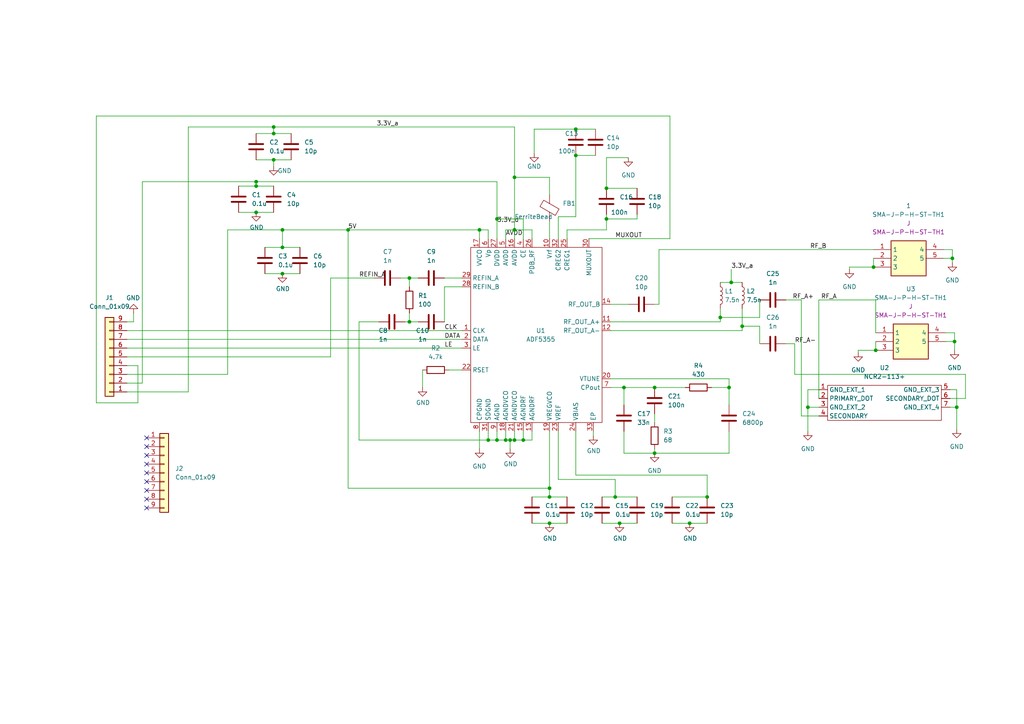
<source format=kicad_sch>
(kicad_sch (version 20231120) (generator "eeschema") (generator_version "8.0")
  (paper "A4")
  (lib_symbols
    (symbol "AD5355:ADF5355"
      (property "Reference" "U" (at 0 -1.27 0))
      (property "Value" "ADF5355" (at 0 1.27 0))
      (symbol "ADF5355_0_1"
        (polyline (pts (xy -10.16 -24.13) (xy 19.05 -24.13) (xy 19.05 -24.13) (xy 19.05 26.67) (xy -19.05 26.67) (xy -19.05 -24.13) (xy -10.16 -24.13)))
      )
      (symbol "ADF5355_1_1"
        (pin input line (at -21.59 2.54 0) (length 2.54) (name "CLK") (number "1"))
        (pin power_in line (at 3.81 29.21 270) (length 2.54) (name "Vrf") (number "10"))
        (pin output line (at 21.59 5.08 180) (length 2.54) (name "RF_OUT_A+") (number "11"))
        (pin output line (at 21.59 2.54 180) (length 2.54) (name "RF_OUT_A-") (number "12"))
        (pin power_in line (at -1.27 -26.67 90) (length 2.54) (name "AGNDRF") (number "13"))
        (pin output line (at 21.59 10.16 180) (length 2.54) (name "RF_OUT_B") (number "14"))
        (pin power_in line (at -3.81 -26.67 90) (length 2.54) (name "AGNDRF") (number "15"))
        (pin power_in line (at -6.35 29.21 270) (length 2.54) (name "AVDD") (number "16"))
        (pin power_in line (at -16.51 29.21 270) (length 2.54) (name "VVCO") (number "17"))
        (pin power_in line (at -8.89 -26.67 90) (length 2.54) (name "AGNDVCO") (number "18"))
        (pin power_in line (at 3.81 -26.67 90) (length 2.54) (name "VREGVCO") (number "19"))
        (pin input line (at -21.59 0 0) (length 2.54) (name "DATA") (number "2"))
        (pin input line (at 21.59 -11.43 180) (length 2.54) (name "VTUNE") (number "20"))
        (pin power_in line (at -6.35 -26.67 90) (length 2.54) (name "AGNDVCO") (number "21"))
        (pin input line (at -21.59 -8.89 0) (length 2.54) (name "RSET") (number "22"))
        (pin input line (at 6.35 -26.67 90) (length 2.54) (name "VREF") (number "23"))
        (pin input line (at 11.43 -26.67 90) (length 2.54) (name "VBIAS") (number "24"))
        (pin power_out line (at 8.89 29.21 270) (length 2.54) (name "CREG1") (number "25"))
        (pin input line (at -1.27 29.21 270) (length 2.54) (name "PDB_RF") (number "26"))
        (pin power_in line (at -11.43 29.21 270) (length 2.54) (name "DVDD") (number "27"))
        (pin input line (at -21.59 15.24 0) (length 2.54) (name "REFIN_B") (number "28"))
        (pin input line (at -21.59 17.78 0) (length 2.54) (name "REFIN_A") (number "29"))
        (pin input line (at -21.59 -2.54 0) (length 2.54) (name "LE") (number "3"))
        (pin output line (at 15.24 29.21 270) (length 2.54) (name "MUXOUT") (number "30"))
        (pin power_in line (at -13.97 -26.67 90) (length 2.54) (name "SDGND") (number "31"))
        (pin power_out line (at 6.35 29.21 270) (length 2.54) (name "CREG2") (number "32"))
        (pin power_in line (at 16.51 -26.67 90) (length 2.54) (name "EP") (number "33"))
        (pin input line (at -3.81 29.21 270) (length 2.54) (name "CE") (number "4"))
        (pin power_in line (at -8.89 29.21 270) (length 2.54) (name "AVDD") (number "5"))
        (pin power_in line (at -13.97 29.21 270) (length 2.54) (name "Vp") (number "6"))
        (pin input line (at 21.59 -13.97 180) (length 2.54) (name "CPout") (number "7"))
        (pin power_in line (at -16.51 -26.67 90) (length 2.54) (name "CPGND") (number "8"))
        (pin power_in line (at -11.43 -26.67 90) (length 2.54) (name "AGND") (number "9"))
      )
    )
    (symbol "Connector_Generic:Conn_01x09" (pin_names (offset 1.016) hide)
      (property "Reference" "J" (at 0 12.7 0))
      (property "Value" "Conn_01x09" (at 0 -12.7 0))
      (symbol "Conn_01x09_1_1"
        (rectangle (start -1.27 -10.033) (end 0 -10.287) (stroke (width 0.1524)))
        (rectangle (start -1.27 -7.493) (end 0 -7.747) (stroke (width 0.1524)))
        (rectangle (start -1.27 -4.953) (end 0 -5.207) (stroke (width 0.1524)))
        (rectangle (start -1.27 -2.413) (end 0 -2.667) (stroke (width 0.1524)))
        (rectangle (start -1.27 0.127) (end 0 -0.127) (stroke (width 0.1524)))
        (rectangle (start -1.27 2.667) (end 0 2.413) (stroke (width 0.1524)))
        (rectangle (start -1.27 5.207) (end 0 4.953) (stroke (width 0.1524)))
        (rectangle (start -1.27 7.747) (end 0 7.493) (stroke (width 0.1524)))
        (rectangle (start -1.27 10.287) (end 0 10.033) (stroke (width 0.1524)))
        (rectangle (start -1.27 11.43) (end 1.27 -11.43) (stroke (width 0.254)) (fill (type background)))
        (pin passive line (at -5.08 10.16 0) (length 3.81) (name "Pin_1") (number "1"))
        (pin passive line (at -5.08 7.62 0) (length 3.81) (name "Pin_2") (number "2"))
        (pin passive line (at -5.08 5.08 0) (length 3.81) (name "Pin_3") (number "3"))
        (pin passive line (at -5.08 2.54 0) (length 3.81) (name "Pin_4") (number "4"))
        (pin passive line (at -5.08 0 0) (length 3.81) (name "Pin_5") (number "5"))
        (pin passive line (at -5.08 -2.54 0) (length 3.81) (name "Pin_6") (number "6"))
        (pin passive line (at -5.08 -5.08 0) (length 3.81) (name "Pin_7") (number "7"))
        (pin passive line (at -5.08 -7.62 0) (length 3.81) (name "Pin_8") (number "8"))
        (pin passive line (at -5.08 -10.16 0) (length 3.81) (name "Pin_9") (number "9"))
      )
    )
    (symbol "Connettori_sma_nuovi:SMA-J-P-H-ST-TH1"
      (property "Value" "SMA-J-P-H-ST-TH1" (at 0 0 0))
      (property "Reference_1" "J" (at 16.51 7.62 0))
      (property "Value_1" "SMA-J-P-H-ST-TH1" (at 16.51 5.08 0))
      (symbol "SMA-J-P-H-ST-TH1_1_1"
        (rectangle (start 5.08 2.54) (end 15.24 -7.62) (stroke (width 0.254)) (fill (type background)))
        (pin passive line (at 0 0 0) (length 5.08) (name "1") (number "1"))
        (pin passive line (at 0 -2.54 0) (length 5.08) (name "2") (number "2"))
        (pin passive line (at 0 -5.08 0) (length 5.08) (name "3") (number "3"))
        (pin passive line (at 20.32 0 180) (length 5.08) (name "4") (number "4"))
        (pin passive line (at 20.32 -2.54 180) (length 5.08) (name "5") (number "5"))
      )
    )
    (symbol "Device:C" (pin_numbers hide) (pin_names (offset 0.254))
      (property "Reference" "C" (at 0.635 2.54 0))
      (property "Value" "C" (at 0.635 -2.54 0))
      (symbol "C_0_1"
        (polyline (pts (xy -2.032 -0.762) (xy 2.032 -0.762)) (stroke (width 0.508)))
        (polyline (pts (xy -2.032 0.762) (xy 2.032 0.762)) (stroke (width 0.508)))
      )
      (symbol "C_1_1"
        (pin passive line (at 0 3.81 270) (length 2.794) (name "~") (number "1"))
        (pin passive line (at 0 -3.81 90) (length 2.794) (name "~") (number "2"))
      )
    )
    (symbol "Device:FerriteBead" (pin_numbers hide) (pin_names (offset 0))
      (property "Reference" "FB" (at -3.81 0.635 90))
      (property "Value" "FerriteBead" (at 3.81 0 90))
      (symbol "FerriteBead_0_1"
        (polyline (pts (xy 0 -1.27) (xy 0 -1.2192)))
        (polyline (pts (xy 0 1.27) (xy 0 1.2954)))
        (polyline (pts (xy -2.7686 0.4064) (xy -1.7018 2.2606) (xy 2.7686 -0.3048) (xy 1.6764 -2.159) (xy -2.7686 0.4064)))
      )
      (symbol "FerriteBead_1_1"
        (pin passive line (at 0 3.81 270) (length 2.54) (name "~") (number "1"))
        (pin passive line (at 0 -3.81 90) (length 2.54) (name "~") (number "2"))
      )
    )
    (symbol "Device:L" (pin_numbers hide) (pin_names (offset 1.016) hide)
      (property "Reference" "L" (at -1.27 0 90))
      (property "Value" "L" (at 1.905 0 90))
      (symbol "L_0_1"
        (arc (start 0 -2.54) (mid 0.6323 -1.905) (end 0 -1.27))
        (arc (start 0 -1.27) (mid 0.6323 -0.635) (end 0 0))
        (arc (start 0 0) (mid 0.6323 0.635) (end 0 1.27))
        (arc (start 0 1.27) (mid 0.6323 1.905) (end 0 2.54))
      )
      (symbol "L_1_1"
        (pin passive line (at 0 3.81 270) (length 1.27) (name "1") (number "1"))
        (pin passive line (at 0 -3.81 90) (length 1.27) (name "2") (number "2"))
      )
    )
    (symbol "Device:R" (pin_numbers hide) (pin_names (offset 0))
      (property "Reference" "R" (at 2.032 0 90))
      (property "Value" "R" (at 0 0 90))
      (symbol "R_0_1"
        (rectangle (start -1.016 -2.54) (end 1.016 2.54) (stroke (width 0.254)))
      )
      (symbol "R_1_1"
        (pin passive line (at 0 3.81 270) (length 1.27) (name "~") (number "1"))
        (pin passive line (at 0 -3.81 90) (length 1.27) (name "~") (number "2"))
      )
    )
    (symbol "NCR2-113+:NCR2-113+"
      (property "Reference" "U" (at 0 0 0))
      (property "Value" "NCR2-113+" (at 0 -1.27 0))
      (symbol "NCR2-113+_0_1"
        (polyline (pts (xy 16.51 3.81) (xy 16.51 -5.08) (xy -16.51 -5.08) (xy -16.51 5.08) (xy 16.51 5.08) (xy 16.51 3.81)))
      )
      (symbol "NCR2-113+_1_1"
        (pin power_in line (at -19.05 3.81 0) (length 2.54) (name "GND_EXT_1") (number "1"))
        (pin passive line (at -19.05 1.27 0) (length 2.54) (name "PRIMARY_DOT") (number "2"))
        (pin power_in line (at -19.05 -1.27 0) (length 2.54) (name "GND_EXT_2") (number "3"))
        (pin passive line (at -19.05 -3.81 0) (length 2.54) (name "SECONDARY") (number "4"))
        (pin power_in line (at 19.05 3.81 180) (length 2.54) (name "GND_EXT_3") (number "5"))
        (pin passive line (at 19.05 1.27 180) (length 2.54) (name "SECONDARY_DOT") (number "6"))
        (pin power_in line (at 19.05 -1.27 180) (length 2.54) (name "GND_EXT_4") (number "7"))
      )
    )
    (symbol "power:GND" (power) (pin_names (offset 0))
      (property "Value" "GND" (at 0 -3.81 0))
      (symbol "GND_0_1"
        (polyline (pts (xy 0 0) (xy 0 -1.27) (xy 1.27 -1.27) (xy 0 -2.54) (xy -1.27 -1.27) (xy 0 -1.27)))
      )
      (symbol "GND_1_1"
        (pin power_in line (at 0 0 270) (length 0) hide (name "GND") (number "1"))
      )
    )
  )
  (junction (at 81.915 66.675))
  (junction (at 79.375 38.735))
  (junction (at 189.865 112.395))
  (junction (at 167.005 45.085))
  (junction (at 200.025 151.765))
  (junction (at 151.765 127.635))
  (junction (at 144.145 127.635))
  (junction (at 208.915 92.075))
  (junction (at 74.295 61.595))
  (junction (at 180.975 112.395))
  (junction (at 149.225 51.435))
  (junction (at 178.435 144.145))
  (junction (at 81.915 71.755))
  (junction (at 149.225 66.675))
  (junction (at 276.225 74.93))
  (junction (at 277.495 118.11))
  (junction (at 205.105 144.145))
  (junction (at 276.86 99.06))
  (junction (at 139.065 66.675))
  (junction (at 118.745 80.645))
  (junction (at 141.605 127.635))
  (junction (at 234.315 118.11))
  (junction (at 149.225 127.635))
  (junction (at 215.265 94.615))
  (junction (at 175.895 54.61))
  (junction (at 253.365 77.47))
  (junction (at 175.895 63.5))
  (junction (at 179.705 151.765))
  (junction (at 79.375 36.83))
  (junction (at 254 101.6))
  (junction (at 211.455 112.395))
  (junction (at 74.295 53.975))
  (junction (at 100.965 66.675))
  (junction (at 118.745 93.345))
  (junction (at 147.955 127.635))
  (junction (at 159.385 141.605))
  (junction (at 81.915 79.375))
  (junction (at 74.295 52.705))
  (junction (at 146.685 127.635))
  (junction (at 159.385 144.145))
  (junction (at 167.005 37.465))
  (junction (at 189.865 131.445))
  (junction (at 144.145 63.5))
  (junction (at 159.385 151.765))
  (junction (at 79.375 46.355))
  (junction (at 212.09 81.915))
  (no_connect (at 42.545 139.7))
  (no_connect (at 42.545 147.32))
  (no_connect (at 42.545 127))
  (no_connect (at 42.545 144.78))
  (no_connect (at 42.545 134.62))
  (no_connect (at 42.545 132.08))
  (no_connect (at 42.545 142.24))
  (no_connect (at 42.545 137.16))
  (no_connect (at 42.545 129.54))
  (wire (pts (xy 211.455 109.855) (xy 211.455 112.395)))
  (wire (pts (xy 54.61 113.665) (xy 36.83 113.665)))
  (wire (pts (xy 38.735 93.345) (xy 38.735 90.805)))
  (wire (pts (xy 141.605 66.675) (xy 141.605 69.215)))
  (wire (pts (xy 74.295 52.705) (xy 41.275 52.705)))
  (wire (pts (xy 172.085 126.365) (xy 172.085 125.095)))
  (wire (pts (xy 191.135 72.39) (xy 253.365 72.39)))
  (wire (pts (xy 118.745 90.805) (xy 118.745 93.345)))
  (wire (pts (xy 95.885 80.645) (xy 108.585 80.645)))
  (wire (pts (xy 81.915 79.375) (xy 86.995 79.375)))
  (wire (pts (xy 277.495 113.03) (xy 277.495 118.11)))
  (wire (pts (xy 41.275 52.705) (xy 41.275 111.125)))
  (wire (pts (xy 211.455 131.445) (xy 189.865 131.445)))
  (wire (pts (xy 189.865 130.175) (xy 189.865 131.445)))
  (wire (pts (xy 220.345 86.995) (xy 220.345 92.075)))
  (wire (pts (xy 253.365 77.47) (xy 253.365 74.93)))
  (wire (pts (xy 74.295 53.975) (xy 79.375 53.975)))
  (wire (pts (xy 178.435 139.065) (xy 161.925 139.065)))
  (wire (pts (xy 36.83 108.585) (xy 66.04 108.585)))
  (wire (pts (xy 170.815 69.215) (xy 194.31 69.215)))
  (wire (pts (xy 211.455 112.395) (xy 211.455 117.475)))
  (wire (pts (xy 154.305 144.145) (xy 159.385 144.145)))
  (wire (pts (xy 184.785 62.23) (xy 184.785 63.5)))
  (wire (pts (xy 79.375 36.83) (xy 149.225 36.83)))
  (wire (pts (xy 40.005 106.045) (xy 36.83 106.045)))
  (wire (pts (xy 54.61 36.83) (xy 54.61 113.665)))
  (wire (pts (xy 246.38 77.47) (xy 253.365 77.47)))
  (wire (pts (xy 27.94 33.655) (xy 27.94 116.84)))
  (wire (pts (xy 27.94 33.655) (xy 194.31 33.655)))
  (wire (pts (xy 189.865 120.015) (xy 189.865 122.555)))
  (wire (pts (xy 280.035 108.585) (xy 280.035 115.57)))
  (wire (pts (xy 116.205 80.645) (xy 118.745 80.645)))
  (wire (pts (xy 128.905 83.185) (xy 128.905 93.345)))
  (wire (pts (xy 180.975 112.395) (xy 189.865 112.395)))
  (wire (pts (xy 144.145 125.095) (xy 144.145 127.635)))
  (wire (pts (xy 130.175 107.315) (xy 133.985 107.315)))
  (wire (pts (xy 177.165 95.885) (xy 215.265 95.885)))
  (wire (pts (xy 180.975 131.445) (xy 189.865 131.445)))
  (wire (pts (xy 117.475 93.345) (xy 118.745 93.345)))
  (wire (pts (xy 69.215 61.595) (xy 74.295 61.595)))
  (wire (pts (xy 151.765 127.635) (xy 154.305 127.635)))
  (wire (pts (xy 215.265 95.885) (xy 215.265 94.615)))
  (wire (pts (xy 74.295 61.595) (xy 79.375 61.595)))
  (wire (pts (xy 79.375 46.355) (xy 79.375 48.26)))
  (wire (pts (xy 54.61 36.83) (xy 79.375 36.83)))
  (wire (pts (xy 248.92 101.6) (xy 248.92 102.235)))
  (wire (pts (xy 139.065 66.675) (xy 141.605 66.675)))
  (wire (pts (xy 200.025 151.765) (xy 205.105 151.765)))
  (wire (pts (xy 194.945 151.765) (xy 200.025 151.765)))
  (wire (pts (xy 275.59 113.03) (xy 277.495 113.03)))
  (wire (pts (xy 205.105 144.145) (xy 205.105 137.795)))
  (wire (pts (xy 146.685 66.675) (xy 146.685 69.215)))
  (wire (pts (xy 149.225 125.095) (xy 149.225 127.635)))
  (wire (pts (xy 144.145 52.705) (xy 144.145 63.5)))
  (wire (pts (xy 177.165 88.265) (xy 182.245 88.265)))
  (wire (pts (xy 175.895 63.5) (xy 175.895 62.23)))
  (wire (pts (xy 175.895 66.675) (xy 175.895 63.5)))
  (wire (pts (xy 104.14 127.635) (xy 141.605 127.635)))
  (wire (pts (xy 178.435 144.145) (xy 178.435 139.065)))
  (wire (pts (xy 167.005 137.795) (xy 167.005 125.095)))
  (wire (pts (xy 177.165 93.345) (xy 208.915 93.345)))
  (wire (pts (xy 76.835 71.755) (xy 81.915 71.755)))
  (wire (pts (xy 237.49 86.995) (xy 254 86.995)))
  (wire (pts (xy 167.005 37.465) (xy 172.72 37.465)))
  (wire (pts (xy 275.59 115.57) (xy 280.035 115.57)))
  (wire (pts (xy 74.295 38.735) (xy 79.375 38.735)))
  (wire (pts (xy 154.94 37.465) (xy 167.005 37.465)))
  (wire (pts (xy 180.975 112.395) (xy 180.975 117.475)))
  (wire (pts (xy 40.005 116.84) (xy 40.005 106.045)))
  (wire (pts (xy 144.145 127.635) (xy 146.685 127.635)))
  (wire (pts (xy 208.915 81.915) (xy 212.09 81.915)))
  (wire (pts (xy 212.09 78.105) (xy 212.09 81.915)))
  (wire (pts (xy 79.375 38.735) (xy 84.455 38.735)))
  (wire (pts (xy 27.94 116.84) (xy 40.005 116.84)))
  (wire (pts (xy 154.305 151.765) (xy 159.385 151.765)))
  (wire (pts (xy 237.49 120.65) (xy 232.41 120.65)))
  (wire (pts (xy 177.165 112.395) (xy 180.975 112.395)))
  (wire (pts (xy 74.295 52.705) (xy 74.295 53.975)))
  (wire (pts (xy 76.835 79.375) (xy 81.915 79.375)))
  (wire (pts (xy 237.49 86.995) (xy 237.49 115.57)))
  (wire (pts (xy 208.915 89.535) (xy 208.915 92.075)))
  (wire (pts (xy 66.04 108.585) (xy 66.04 66.675)))
  (wire (pts (xy 147.955 130.175) (xy 147.955 127.635)))
  (wire (pts (xy 276.86 99.06) (xy 276.86 101.6)))
  (wire (pts (xy 146.685 125.095) (xy 146.685 127.635)))
  (wire (pts (xy 118.745 93.345) (xy 121.285 93.345)))
  (wire (pts (xy 36.83 103.505) (xy 95.885 103.505)))
  (wire (pts (xy 254 99.06) (xy 254 101.6)))
  (wire (pts (xy 159.385 141.605) (xy 100.965 141.605)))
  (wire (pts (xy 118.745 80.645) (xy 121.285 80.645)))
  (wire (pts (xy 277.495 118.11) (xy 277.495 124.46)))
  (wire (pts (xy 146.685 127.635) (xy 147.955 127.635)))
  (wire (pts (xy 164.465 69.215) (xy 164.465 66.675)))
  (wire (pts (xy 254 96.52) (xy 254 86.995)))
  (wire (pts (xy 177.165 109.855) (xy 211.455 109.855)))
  (wire (pts (xy 194.945 144.145) (xy 205.105 144.145)))
  (wire (pts (xy 230.505 99.695) (xy 227.965 99.695)))
  (wire (pts (xy 208.915 92.075) (xy 220.345 92.075)))
  (wire (pts (xy 276.86 96.52) (xy 276.86 99.06)))
  (wire (pts (xy 146.685 66.675) (xy 149.225 66.675)))
  (wire (pts (xy 164.465 66.675) (xy 175.895 66.675)))
  (wire (pts (xy 175.895 54.61) (xy 175.895 45.72)))
  (wire (pts (xy 147.955 127.635) (xy 149.225 127.635)))
  (wire (pts (xy 276.225 72.39) (xy 276.225 74.93)))
  (wire (pts (xy 254 101.6) (xy 248.92 101.6)))
  (wire (pts (xy 234.315 118.11) (xy 237.49 118.11)))
  (wire (pts (xy 100.965 66.675) (xy 100.965 141.605)))
  (wire (pts (xy 274.32 96.52) (xy 276.86 96.52)))
  (wire (pts (xy 167.005 45.085) (xy 172.72 45.085)))
  (wire (pts (xy 151.765 125.095) (xy 151.765 127.635)))
  (wire (pts (xy 174.625 144.145) (xy 178.435 144.145)))
  (wire (pts (xy 275.59 118.11) (xy 277.495 118.11)))
  (wire (pts (xy 100.965 66.675) (xy 139.065 66.675)))
  (wire (pts (xy 69.215 53.975) (xy 74.295 53.975)))
  (wire (pts (xy 189.865 112.395) (xy 198.755 112.395)))
  (wire (pts (xy 128.905 83.185) (xy 133.985 83.185)))
  (wire (pts (xy 159.385 144.145) (xy 164.465 144.145)))
  (wire (pts (xy 159.385 151.765) (xy 164.465 151.765)))
  (wire (pts (xy 215.265 94.615) (xy 220.345 94.615)))
  (wire (pts (xy 36.83 100.965) (xy 133.985 100.965)))
  (wire (pts (xy 36.83 98.425) (xy 133.985 98.425)))
  (wire (pts (xy 232.41 120.65) (xy 232.41 86.995)))
  (wire (pts (xy 118.745 83.185) (xy 118.745 80.645)))
  (wire (pts (xy 151.765 63.5) (xy 144.145 63.5)))
  (wire (pts (xy 74.295 46.355) (xy 79.375 46.355)))
  (wire (pts (xy 149.225 66.675) (xy 149.225 69.215)))
  (wire (pts (xy 149.225 51.435) (xy 159.385 51.435)))
  (wire (pts (xy 167.005 137.795) (xy 205.105 137.795)))
  (wire (pts (xy 174.625 151.765) (xy 179.705 151.765)))
  (wire (pts (xy 274.32 99.06) (xy 276.86 99.06)))
  (wire (pts (xy 141.605 125.095) (xy 141.605 127.635)))
  (wire (pts (xy 230.505 99.695) (xy 230.505 108.585)))
  (wire (pts (xy 36.83 111.125) (xy 41.275 111.125)))
  (wire (pts (xy 128.905 80.645) (xy 133.985 80.645)))
  (wire (pts (xy 104.14 93.345) (xy 104.14 127.635)))
  (wire (pts (xy 154.305 125.095) (xy 154.305 127.635)))
  (wire (pts (xy 161.925 69.215) (xy 161.925 62.865)))
  (wire (pts (xy 159.385 56.515) (xy 159.385 51.435)))
  (wire (pts (xy 151.765 69.215) (xy 151.765 63.5)))
  (wire (pts (xy 179.705 151.765) (xy 184.785 151.765)))
  (wire (pts (xy 191.135 88.265) (xy 191.135 72.39)))
  (wire (pts (xy 180.975 125.095) (xy 180.975 131.445)))
  (wire (pts (xy 276.225 74.93) (xy 276.225 76.2)))
  (wire (pts (xy 175.895 45.72) (xy 182.245 45.72)))
  (wire (pts (xy 154.305 66.675) (xy 154.305 69.215)))
  (wire (pts (xy 234.315 113.03) (xy 237.49 113.03)))
  (wire (pts (xy 273.685 74.93) (xy 276.225 74.93)))
  (wire (pts (xy 139.065 66.675) (xy 139.065 69.215)))
  (wire (pts (xy 211.455 125.095) (xy 211.455 131.445)))
  (wire (pts (xy 81.915 71.755) (xy 86.995 71.755)))
  (wire (pts (xy 81.915 66.675) (xy 100.965 66.675)))
  (wire (pts (xy 167.005 45.085) (xy 167.005 62.865)))
  (wire (pts (xy 81.915 66.675) (xy 81.915 71.755)))
  (wire (pts (xy 149.225 127.635) (xy 151.765 127.635)))
  (wire (pts (xy 175.895 54.61) (xy 184.785 54.61)))
  (wire (pts (xy 159.385 141.605) (xy 159.385 144.145)))
  (wire (pts (xy 159.385 125.095) (xy 159.385 141.605)))
  (wire (pts (xy 234.315 118.11) (xy 234.315 125.095)))
  (wire (pts (xy 149.225 36.83) (xy 149.225 51.435)))
  (wire (pts (xy 189.865 88.265) (xy 191.135 88.265)))
  (wire (pts (xy 273.685 72.39) (xy 276.225 72.39)))
  (wire (pts (xy 36.83 93.345) (xy 38.735 93.345)))
  (wire (pts (xy 154.94 37.465) (xy 154.94 44.45)))
  (wire (pts (xy 194.31 33.655) (xy 194.31 69.215)))
  (wire (pts (xy 79.375 36.83) (xy 79.375 38.735)))
  (wire (pts (xy 161.925 62.865) (xy 167.005 62.865)))
  (wire (pts (xy 215.265 89.535) (xy 215.265 94.615)))
  (wire (pts (xy 139.065 125.095) (xy 139.065 130.175)))
  (wire (pts (xy 220.345 99.695) (xy 220.345 94.615)))
  (wire (pts (xy 141.605 127.635) (xy 144.145 127.635)))
  (wire (pts (xy 66.04 66.675) (xy 81.915 66.675)))
  (wire (pts (xy 149.225 66.675) (xy 154.305 66.675)))
  (wire (pts (xy 206.375 112.395) (xy 211.455 112.395)))
  (wire (pts (xy 144.145 63.5) (xy 144.145 69.215)))
  (wire (pts (xy 227.965 86.995) (xy 232.41 86.995)))
  (wire (pts (xy 178.435 144.145) (xy 184.785 144.145)))
  (wire (pts (xy 208.915 93.345) (xy 208.915 92.075)))
  (wire (pts (xy 104.14 93.345) (xy 109.855 93.345)))
  (wire (pts (xy 95.885 103.505) (xy 95.885 80.645)))
  (wire (pts (xy 234.315 113.03) (xy 234.315 118.11)))
  (wire (pts (xy 144.145 52.705) (xy 74.295 52.705)))
  (wire (pts (xy 149.225 51.435) (xy 149.225 66.675)))
  (wire (pts (xy 79.375 46.355) (xy 84.455 46.355)))
  (wire (pts (xy 246.38 78.105) (xy 246.38 77.47)))
  (wire (pts (xy 122.555 107.315) (xy 122.555 112.395)))
  (wire (pts (xy 159.385 64.135) (xy 159.385 69.215)))
  (wire (pts (xy 175.895 63.5) (xy 184.785 63.5)))
  (wire (pts (xy 161.925 125.095) (xy 161.925 139.065)))
  (wire (pts (xy 230.505 108.585) (xy 280.035 108.585)))
  (wire (pts (xy 36.83 95.885) (xy 133.985 95.885)))
  (wire (pts (xy 212.09 81.915) (xy 215.265 81.915)))
  (label "RF_B" (at 234.95 72.39 0))
  (label "LE" (at 128.905 100.965 0))
  (label "MUXOUT" (at 178.435 69.215 0))
  (label "CLK" (at 128.905 95.885 0))
  (label "RF_A" (at 238.125 86.995 0))
  (label "3.3V_a" (at 212.09 78.105 0))
  (label "AVDD" (at 146.685 68.58 0))
  (label "REFIN_A" (at 104.14 80.645 0))
  (label "3.3V_d" (at 144.145 64.77 0))
  (label "RF_A-" (at 230.505 99.695 0))
  (label "DATA" (at 128.905 98.425 0))
  (label "3.3V_a" (at 109.22 36.83 0))
  (label "RF_A+" (at 229.87 86.995 0))
  (label "5V" (at 100.965 66.675 0))
  (symbol (lib_id "Device:R") (at 202.565 112.395 90) (unit 1) (in_bom no)
    (property "Reference" "R4" (at 202.565 106.045 90))
    (property "Value" "430" (at 202.565 108.585 90))
    (property "Footprint" "Resistor_SMD:R_0402_1005Metric_Pad0.72x0.64mm_HandSolder" (effects (hide yes)))
  )
  (symbol (lib_id "Connettori_sma_nuovi:SMA-J-P-H-ST-TH1") (at 254 96.52 0) (unit 1) (in_bom no)
    (property "Reference" "U3" (at 264.16 83.82 0))
    (property "Value" "SMA-J-P-H-ST-TH1" (at 264.16 86.36 0))
    (property "Footprint" "Connettori_sma_verticali:SMAJPHSTTH1" (effects (hide yes)))
    (property "Reference_1" "J" (at 264.16 88.9 0))
    (property "Value_1" "SMA-J-P-H-ST-TH1" (at 264.16 91.44 0))
    (property "Footprint_1" "SMAJPHSTTH1" (effects (hide yes)))
    (property "Datasheet_1" "http://suddendocs.samtec.com/prints/sma-j-p-x-st-th1-mkt.pdf" (effects (hide yes)))
    (property "Height" "9.55" (effects (hide yes)))
    (property "Mouser Part Number" "200-SMAJPHSTTH1" (effects (hide yes)))
    (property "Mouser Price/Stock" "https://www.mouser.co.uk/ProductDetail/Samtec/SMA-J-P-H-ST-TH1?qs=bkXRl3BLxbHdaAB2Qwy6zw%3D%3D" (effects (hide yes)))
    (property "Manufacturer_Name" "SAMTEC" (effects (hide yes)))
    (property "Manufacturer_Part_Number" "SMA-J-P-H-ST-TH1" (effects (hide yes)))
  )
  (symbol (lib_id "power:GND") (at 200.025 151.765 0) (unit 1) (in_bom no)
    (property "Reference" "#PWR0110" (effects (hide yes)))
    (property "Value" "GND" (at 200.152 156.1592 0))
  )
  (symbol (lib_id "Device:C") (at 164.465 147.955 0) (unit 1) (in_bom no)
    (property "Reference" "C12" (at 168.275 146.6849 0) (effects (justify left)))
    (property "Value" "10p" (at 168.275 149.2249 0) (effects (justify left)))
    (property "Footprint" "Capacitor_SMD:C_0603_1608Metric_Pad1.08x0.95mm_HandSolder" (effects (hide yes)))
  )
  (symbol (lib_id "Device:C") (at 167.005 41.275 0) (unit 1) (in_bom no)
    (property "Reference" "C13" (at 163.83 38.735 0) (effects (justify left)))
    (property "Value" "100n" (at 161.925 43.815 0) (effects (justify left)))
    (property "Footprint" "Capacitor_SMD:C_0805_2012Metric_Pad1.18x1.45mm_HandSolder" (effects (hide yes)))
  )
  (symbol (lib_id "Device:C") (at 76.835 75.565 0) (unit 1) (in_bom no)
    (property "Reference" "C3" (at 80.645 74.2949 0) (effects (justify left)))
    (property "Value" "0.1u" (at 80.645 76.8349 0) (effects (justify left)))
    (property "Footprint" "Capacitor_SMD:C_0805_2012Metric_Pad1.18x1.45mm_HandSolder" (effects (hide yes)))
  )
  (symbol (lib_id "Device:C") (at 69.215 57.785 0) (unit 1) (in_bom no)
    (property "Reference" "C1" (at 73.025 56.5149 0) (effects (justify left)))
    (property "Value" "0.1u" (at 73.025 59.0549 0) (effects (justify left)))
    (property "Footprint" "Capacitor_SMD:C_0805_2012Metric_Pad1.18x1.45mm_HandSolder" (effects (hide yes)))
  )
  (symbol (lib_id "power:GND") (at 154.94 44.45 0) (unit 1) (in_bom no)
    (property "Reference" "#PWR0115" (effects (hide yes)))
    (property "Value" "GND" (at 154.94 48.26 0))
  )
  (symbol (lib_id "Device:L") (at 215.265 85.725 0) (unit 1) (in_bom no)
    (property "Reference" "L2" (at 216.535 84.4549 0) (effects (justify left)))
    (property "Value" "7.5n" (at 216.535 86.9949 0) (effects (justify left)))
    (property "Footprint" "Inductor_SMD:L_0402_1005Metric_Pad0.77x0.64mm_HandSolder" (effects (hide yes)))
  )
  (symbol (lib_id "power:GND") (at 159.385 151.765 0) (unit 1) (in_bom no)
    (property "Reference" "#PWR0106" (effects (hide yes)))
    (property "Value" "GND" (at 159.512 156.1592 0))
  )
  (symbol (lib_id "Connector_Generic:Conn_01x09") (at 47.625 137.16 0) (unit 1) (in_bom no)
    (property "Reference" "J2" (at 50.8 135.8899 0) (effects (justify left)))
    (property "Value" "Conn_01x09" (at 50.8 138.4299 0) (effects (justify left)))
    (property "Footprint" "header_microwave:header_microwave" (effects (hide yes)))
  )
  (symbol (lib_id "Device:C") (at 175.895 58.42 0) (unit 1) (in_bom no)
    (property "Reference" "C16" (at 179.705 57.1499 0) (effects (justify left)))
    (property "Value" "100n" (at 177.165 61.595 0) (effects (justify left)))
    (property "Footprint" "Capacitor_SMD:C_0805_2012Metric_Pad1.18x1.45mm_HandSolder" (effects (hide yes)))
  )
  (symbol (lib_id "Connettori_sma_nuovi:SMA-J-P-H-ST-TH1") (at 253.365 72.39 0) (unit 1) (in_bom no)
    (property "Reference" "1" (at 263.525 59.69 0))
    (property "Value" "SMA-J-P-H-ST-TH1" (at 263.525 62.23 0))
    (property "Footprint" "Connettori_sma_verticali:SMAJPHSTTH1" (effects (hide yes)))
    (property "Reference_1" "J" (at 263.525 64.77 0))
    (property "Value_1" "SMA-J-P-H-ST-TH1" (at 263.525 67.31 0))
    (property "Footprint_1" "SMAJPHSTTH1" (effects (hide yes)))
    (property "Datasheet_1" "http://suddendocs.samtec.com/prints/sma-j-p-x-st-th1-mkt.pdf" (effects (hide yes)))
    (property "Height" "9.55" (effects (hide yes)))
    (property "Mouser Part Number" "200-SMAJPHSTTH1" (effects (hide yes)))
    (property "Mouser Price/Stock" "https://www.mouser.co.uk/ProductDetail/Samtec/SMA-J-P-H-ST-TH1?qs=bkXRl3BLxbHdaAB2Qwy6zw%3D%3D" (effects (hide yes)))
    (property "Manufacturer_Name" "SAMTEC" (effects (hide yes)))
    (property "Manufacturer_Part_Number" "SMA-J-P-H-ST-TH1" (effects (hide yes)))
  )
  (symbol (lib_id "Device:C") (at 184.785 147.955 0) (unit 1) (in_bom no)
    (property "Reference" "C19" (at 188.595 146.6849 0) (effects (justify left)))
    (property "Value" "10p" (at 188.595 149.2249 0) (effects (justify left)))
    (property "Footprint" "Capacitor_SMD:C_0603_1608Metric_Pad1.08x0.95mm_HandSolder" (effects (hide yes)))
  )
  (symbol (lib_id "Device:C") (at 180.975 121.285 0) (unit 1) (in_bom no)
    (property "Reference" "C17" (at 184.785 120.0149 0) (effects (justify left)))
    (property "Value" "33n" (at 184.785 122.5549 0) (effects (justify left)))
    (property "Footprint" "Capacitor_SMD:C_0805_2012Metric_Pad1.18x1.45mm_HandSolder" (effects (hide yes)))
  )
  (symbol (lib_id "Device:C") (at 113.665 93.345 90) (unit 1) (in_bom no)
    (property "Reference" "C8" (at 111.125 95.885 90))
    (property "Value" "1n" (at 111.125 98.425 90))
    (property "Footprint" "Capacitor_SMD:C_0402_1005Metric_Pad0.74x0.62mm_HandSolder" (effects (hide yes)))
  )
  (symbol (lib_id "power:GND") (at 234.315 125.095 0) (unit 1) (in_bom no)
    (property "Reference" "#PWR0103" (effects (hide yes)))
    (property "Value" "GND" (at 234.315 130.175 0))
  )
  (symbol (lib_id "Device:C") (at 125.095 93.345 90) (unit 1) (in_bom no)
    (property "Reference" "C10" (at 122.555 95.885 90))
    (property "Value" "1n" (at 122.555 98.425 90))
    (property "Footprint" "Capacitor_SMD:C_0402_1005Metric_Pad0.74x0.62mm_HandSolder" (effects (hide yes)))
  )
  (symbol (lib_id "power:GND") (at 81.915 79.375 0) (unit 1) (in_bom no)
    (property "Reference" "#PWR0114" (effects (hide yes)))
    (property "Value" "GND" (at 82.042 83.7692 0))
  )
  (symbol (lib_id "power:GND") (at 246.38 78.105 0) (unit 1) (in_bom no)
    (property "Reference" "#PWR0102" (effects (hide yes)))
    (property "Value" "GND" (at 246.38 83.185 0))
  )
  (symbol (lib_id "power:GND") (at 276.86 101.6 0) (unit 1) (in_bom no)
    (property "Reference" "#PWR0119" (effects (hide yes)))
    (property "Value" "GND" (at 276.86 106.68 0))
  )
  (symbol (lib_id "Device:C") (at 211.455 121.285 0) (unit 1) (in_bom no)
    (property "Reference" "C24" (at 215.265 120.0149 0) (effects (justify left)))
    (property "Value" "6800p" (at 215.265 122.5549 0) (effects (justify left)))
    (property "Footprint" "Capacitor_SMD:C_0201_0603Metric_Pad0.64x0.40mm_HandSolder" (effects (hide yes)))
  )
  (symbol (lib_id "power:GND") (at 79.375 48.26 0) (unit 1) (in_bom no)
    (property "Reference" "#PWR0117" (effects (hide yes)))
    (property "Value" "GND" (at 82.55 49.53 0))
  )
  (symbol (lib_id "Device:C") (at 79.375 57.785 0) (unit 1) (in_bom no)
    (property "Reference" "C4" (at 83.185 56.5149 0) (effects (justify left)))
    (property "Value" "10p" (at 83.185 59.0549 0) (effects (justify left)))
    (property "Footprint" "Capacitor_SMD:C_0603_1608Metric_Pad1.08x0.95mm_HandSolder" (effects (hide yes)))
  )
  (symbol (lib_id "Device:C") (at 84.455 42.545 0) (unit 1) (in_bom no)
    (property "Reference" "C5" (at 88.265 41.2749 0) (effects (justify left)))
    (property "Value" "10p" (at 88.265 43.8149 0) (effects (justify left)))
    (property "Footprint" "Capacitor_SMD:C_0603_1608Metric_Pad1.08x0.95mm_HandSolder" (effects (hide yes)))
  )
  (symbol (lib_id "power:GND") (at 179.705 151.765 0) (unit 1) (in_bom no)
    (property "Reference" "#PWR0109" (effects (hide yes)))
    (property "Value" "GND" (at 179.832 156.1592 0))
  )
  (symbol (lib_id "power:GND") (at 122.555 112.395 0) (unit 1) (in_bom no)
    (property "Reference" "#PWR0113" (effects (hide yes)))
    (property "Value" "GND" (at 122.682 116.7892 0))
  )
  (symbol (lib_id "Device:FerriteBead") (at 159.385 60.325 0) (unit 1) (in_bom no)
    (property "Reference" "FB1" (at 163.195 59.0041 0) (effects (justify left)))
    (property "Value" "FerriteBead" (at 149.225 62.865 0) (effects (justify left)))
    (property "Footprint" "BLM15AX100SN1D:NFZ15SG152SN10B" (effects (hide yes)))
  )
  (symbol (lib_id "power:GND") (at 248.92 102.235 0) (unit 1) (in_bom no)
    (property "Reference" "#PWR0101" (effects (hide yes)))
    (property "Value" "GND" (at 248.92 107.315 0))
  )
  (symbol (lib_id "Device:C") (at 112.395 80.645 90) (unit 1) (in_bom no)
    (property "Reference" "C7" (at 112.395 73.025 90))
    (property "Value" "1n" (at 112.395 75.565 90))
    (property "Footprint" "Capacitor_SMD:C_0402_1005Metric_Pad0.74x0.62mm_HandSolder" (effects (hide yes)))
  )
  (symbol (lib_id "Device:R") (at 118.745 86.995 0) (unit 1) (in_bom no)
    (property "Reference" "R1" (at 121.285 85.7249 0) (effects (justify left)))
    (property "Value" "100" (at 121.285 88.2649 0) (effects (justify left)))
    (property "Footprint" "Resistor_SMD:R_0603_1608Metric_Pad0.98x0.95mm_HandSolder" (effects (hide yes)))
  )
  (symbol (lib_id "NCR2-113+:NCR2-113+") (at 256.54 116.84 0) (unit 1) (in_bom no)
    (property "Reference" "U2" (at 256.54 106.68 0))
    (property "Value" "NCR2-113+" (at 256.54 109.22 0))
    (property "Footprint" "NCR2-113+:NCR2113" (effects (hide yes)))
  )
  (symbol (lib_id "Device:C") (at 224.155 86.995 90) (unit 1) (in_bom no)
    (property "Reference" "C25" (at 224.155 79.375 90))
    (property "Value" "1n" (at 224.155 81.915 90))
    (property "Footprint" "ADF5355:CAPC2928X178N" (effects (hide yes)))
  )
  (symbol (lib_id "Connector_Generic:Conn_01x09") (at 31.75 103.505 180) (unit 1) (in_bom no)
    (property "Reference" "J1" (at 31.75 86.36 0))
    (property "Value" "Conn_01x09" (at 31.75 88.9 0))
    (property "Footprint" "header_microwave:header_microwave" (effects (hide yes)))
  )
  (symbol (lib_id "Device:C") (at 154.305 147.955 0) (unit 1) (in_bom no)
    (property "Reference" "C11" (at 158.115 146.6849 0) (effects (justify left)))
    (property "Value" "0.1u" (at 158.115 149.2249 0) (effects (justify left)))
    (property "Footprint" "Capacitor_SMD:C_0805_2012Metric_Pad1.18x1.45mm_HandSolder" (effects (hide yes)))
  )
  (symbol (lib_id "Device:C") (at 205.105 147.955 0) (unit 1) (in_bom no)
    (property "Reference" "C23" (at 208.915 146.6849 0) (effects (justify left)))
    (property "Value" "10p" (at 208.915 149.2249 0) (effects (justify left)))
    (property "Footprint" "Capacitor_SMD:C_0603_1608Metric_Pad1.08x0.95mm_HandSolder" (effects (hide yes)))
  )
  (symbol (lib_id "Device:C") (at 194.945 147.955 0) (unit 1) (in_bom no)
    (property "Reference" "C22" (at 198.755 146.6849 0) (effects (justify left)))
    (property "Value" "0.1u" (at 198.755 149.2249 0) (effects (justify left)))
    (property "Footprint" "Capacitor_SMD:C_0805_2012Metric_Pad1.18x1.45mm_HandSolder" (effects (hide yes)))
  )
  (symbol (lib_id "power:GND") (at 189.865 131.445 0) (unit 1) (in_bom no)
    (property "Reference" "#PWR0108" (effects (hide yes)))
    (property "Value" "GND" (at 189.865 136.525 0))
  )
  (symbol (lib_id "power:GND") (at 139.065 130.175 0) (unit 1) (in_bom no)
    (property "Reference" "#PWR0111" (effects (hide yes)))
    (property "Value" "GND" (at 139.065 135.255 0))
  )
  (symbol (lib_id "power:GND") (at 38.735 90.805 180) (unit 1) (in_bom no)
    (property "Reference" "#PWR0116" (effects (hide yes)))
    (property "Value" "GND" (at 38.608 86.4108 0))
  )
  (symbol (lib_id "Device:C") (at 186.055 88.265 90) (unit 1) (in_bom no)
    (property "Reference" "C20" (at 186.055 80.645 90))
    (property "Value" "10p" (at 186.055 83.185 90))
    (property "Footprint" "Capacitor_SMD:C_0603_1608Metric_Pad1.08x0.95mm_HandSolder" (effects (hide yes)))
  )
  (symbol (lib_id "Device:R") (at 189.865 126.365 0) (unit 1) (in_bom no)
    (property "Reference" "R3" (at 192.405 125.0949 0) (effects (justify left)))
    (property "Value" "68" (at 192.405 127.6349 0) (effects (justify left)))
    (property "Footprint" "Resistor_SMD:R_0603_1608Metric_Pad0.98x0.95mm_HandSolder" (effects (hide yes)))
  )
  (symbol (lib_id "Device:C") (at 184.785 58.42 0) (unit 1) (in_bom no)
    (property "Reference" "C18" (at 187.96 57.1499 0) (effects (justify left)))
    (property "Value" "10p" (at 187.96 59.6899 0) (effects (justify left)))
    (property "Footprint" "Capacitor_SMD:C_0603_1608Metric_Pad1.08x0.95mm_HandSolder" (effects (hide yes)))
  )
  (symbol (lib_id "Device:C") (at 125.095 80.645 90) (unit 1) (in_bom no)
    (property "Reference" "C9" (at 125.095 73.025 90))
    (property "Value" "1n" (at 125.095 75.565 90))
    (property "Footprint" "Capacitor_SMD:C_0402_1005Metric_Pad0.74x0.62mm_HandSolder" (effects (hide yes)))
  )
  (symbol (lib_id "Device:L") (at 208.915 85.725 0) (unit 1) (in_bom no)
    (property "Reference" "L1" (at 210.185 84.4549 0) (effects (justify left)))
    (property "Value" "7.5n" (at 210.185 86.9949 0) (effects (justify left)))
    (property "Footprint" "Inductor_SMD:L_0402_1005Metric_Pad0.77x0.64mm_HandSolder" (effects (hide yes)))
  )
  (symbol (lib_id "Device:C") (at 174.625 147.955 0) (unit 1) (in_bom no)
    (property "Reference" "C15" (at 178.435 146.6849 0) (effects (justify left)))
    (property "Value" "0.1u" (at 178.435 149.2249 0) (effects (justify left)))
    (property "Footprint" "Capacitor_SMD:C_0805_2012Metric_Pad1.18x1.45mm_HandSolder" (effects (hide yes)))
  )
  (symbol (lib_id "power:GND") (at 182.245 45.72 0) (unit 1) (in_bom no)
    (property "Reference" "#PWR0107" (effects (hide yes)))
    (property "Value" "GND" (at 182.245 50.8 0))
  )
  (symbol (lib_id "power:GND") (at 277.495 124.46 0) (unit 1) (in_bom no)
    (property "Reference" "#PWR0104" (effects (hide yes)))
    (property "Value" "GND" (at 277.495 129.54 0))
  )
  (symbol (lib_id "Device:C") (at 189.865 116.205 0) (unit 1) (in_bom no)
    (property "Reference" "C21" (at 193.675 114.9349 0) (effects (justify left)))
    (property "Value" "100n" (at 193.675 117.4749 0) (effects (justify left)))
    (property "Footprint" "Capacitor_SMD:C_1206_3216Metric_Pad1.33x1.80mm_HandSolder" (effects (hide yes)))
  )
  (symbol (lib_id "Device:C") (at 224.155 99.695 90) (unit 1) (in_bom no)
    (property "Reference" "C26" (at 224.155 92.075 90))
    (property "Value" "1n" (at 224.155 94.615 90))
    (property "Footprint" "ADF5355:CAPC2928X178N" (effects (hide yes)))
  )
  (symbol (lib_id "Device:R") (at 126.365 107.315 90) (unit 1) (in_bom no)
    (property "Reference" "R2" (at 126.365 100.965 90))
    (property "Value" "4.7k" (at 126.365 103.505 90))
    (property "Footprint" "Resistor_SMD:R_0805_2012Metric_Pad1.20x1.40mm_HandSolder" (effects (hide yes)))
  )
  (symbol (lib_id "power:GND") (at 74.295 61.595 0) (unit 1) (in_bom no)
    (property "Reference" "#PWR0118" (effects (hide yes)))
    (property "Value" "GND" (at 74.422 65.9892 0))
  )
  (symbol (lib_id "Device:C") (at 86.995 75.565 0) (unit 1) (in_bom no)
    (property "Reference" "C6" (at 90.805 74.2949 0) (effects (justify left)))
    (property "Value" "10p" (at 90.805 76.8349 0) (effects (justify left)))
    (property "Footprint" "Capacitor_SMD:C_0603_1608Metric_Pad1.08x0.95mm_HandSolder" (effects (hide yes)))
  )
  (symbol (lib_id "power:GND") (at 172.085 126.365 0) (unit 1) (in_bom no)
    (property "Reference" "#PWR0105" (effects (hide yes)))
    (property "Value" "GND" (at 172.212 130.7592 0))
  )
  (symbol (lib_id "power:GND") (at 276.225 76.2 0) (unit 1) (in_bom no)
    (property "Reference" "#PWR0120" (effects (hide yes)))
    (property "Value" "GND" (at 276.225 81.28 0))
  )
  (symbol (lib_id "power:GND") (at 147.955 130.175 0) (unit 1) (in_bom no)
    (property "Reference" "#PWR0112" (effects (hide yes)))
    (property "Value" "GND" (at 148.082 134.5692 0))
  )
  (symbol (lib_id "AD5355:ADF5355") (at 155.575 98.425 0) (unit 1)
    (property "Reference" "U1" (at 156.845 95.885 0))
    (property "Value" "ADF5355" (at 156.845 98.425 0))
    (property "Footprint" "ADF5355:QFN50P500X500X80-33N-D" (effects (hide yes)))
    (property "LCSC Part #" "C514325" (effects (hide yes)))
  )
  (symbol (lib_id "Device:C") (at 74.295 42.545 0) (unit 1) (in_bom no)
    (property "Reference" "C2" (at 78.105 41.2749 0) (effects (justify left)))
    (property "Value" "0.1u" (at 78.105 43.8149 0) (effects (justify left)))
    (property "Footprint" "Capacitor_SMD:C_0805_2012Metric_Pad1.18x1.45mm_HandSolder" (effects (hide yes)))
  )
  (symbol (lib_id "Device:C") (at 172.72 41.275 0) (unit 1) (in_bom no)
    (property "Reference" "C14" (at 175.895 40.0049 0) (effects (justify left)))
    (property "Value" "10p" (at 175.895 42.5449 0) (effects (justify left)))
    (property "Footprint" "Capacitor_SMD:C_0603_1608Metric_Pad1.08x0.95mm_HandSolder" (effects (hide yes)))
  )
)
</source>
